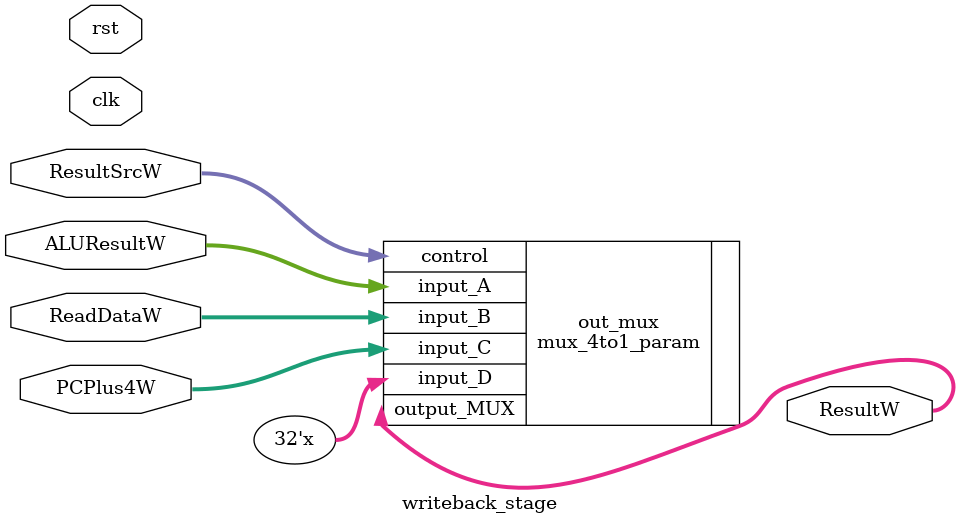
<source format=v>
`timescale 1ns / 1ps


module writeback_stage(
    // Inputs
    input        clk,           // Clock 
    input        rst,           // Reset
    input [31:0] ALUResultW,
    input [31:0] ReadDataW,
    input [31:0] PCPlus4W,
    input  [1:0] ResultSrcW,
    
    // Output
    output [31:0] ResultW
    );
    
    mux_4to1_param  #(.WIDTH(32)) out_mux (
        // Inputs
        .control(ResultSrcW),
        .input_A(ALUResultW),
        .input_B(ReadDataW),
        .input_C(PCPlus4W),
        .input_D(32'hXXXXXXXX),
        
        // Outputs
        .output_MUX(ResultW)
    );
    
endmodule

</source>
